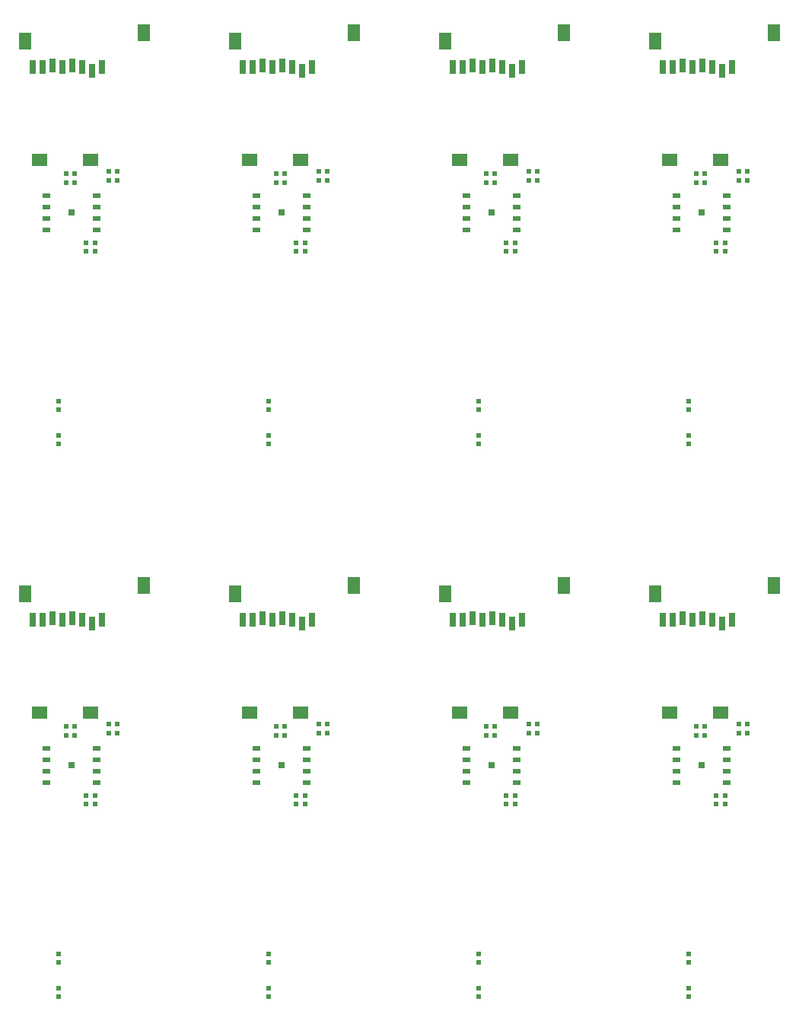
<source format=gbp>
G04 EAGLE Gerber RS-274X export*
G75*
%MOMM*%
%FSLAX34Y34*%
%LPD*%
%INSolderpaste Bottom*%
%IPPOS*%
%AMOC8*
5,1,8,0,0,1.08239X$1,22.5*%
G01*
%ADD10R,0.600000X0.600000*%
%ADD11R,0.850000X0.500000*%
%ADD12R,0.800000X0.800000*%
%ADD13R,1.800000X1.400000*%
%ADD14R,1.400000X1.900000*%
%ADD15R,0.800000X1.500000*%


D10*
X109300Y372110D03*
X119300Y372110D03*
D11*
X143320Y347980D03*
X143320Y335280D03*
X143320Y322580D03*
X143320Y309880D03*
X87820Y322580D03*
X87820Y309880D03*
X87820Y335280D03*
X87820Y347980D03*
D12*
X115570Y328930D03*
D10*
X109300Y361950D03*
X119300Y361950D03*
X156718Y364570D03*
X156718Y374570D03*
X166116Y364570D03*
X166116Y374570D03*
D13*
X137190Y387540D03*
X80190Y387540D03*
D14*
X64190Y519040D03*
X195690Y529040D03*
D15*
X149090Y490540D03*
X138090Y486540D03*
X127090Y490540D03*
X116090Y492540D03*
X105090Y490540D03*
X94090Y492540D03*
X83090Y490540D03*
X72090Y490540D03*
D10*
X101600Y71200D03*
X101600Y81200D03*
X101600Y119300D03*
X101600Y109300D03*
X131906Y286131D03*
X141906Y286131D03*
X131906Y295402D03*
X141906Y295402D03*
X342980Y372110D03*
X352980Y372110D03*
D11*
X377000Y347980D03*
X377000Y335280D03*
X377000Y322580D03*
X377000Y309880D03*
X321500Y322580D03*
X321500Y309880D03*
X321500Y335280D03*
X321500Y347980D03*
D12*
X349250Y328930D03*
D10*
X342980Y361950D03*
X352980Y361950D03*
X390398Y364570D03*
X390398Y374570D03*
X399796Y364570D03*
X399796Y374570D03*
D13*
X370870Y387540D03*
X313870Y387540D03*
D14*
X297870Y519040D03*
X429370Y529040D03*
D15*
X382770Y490540D03*
X371770Y486540D03*
X360770Y490540D03*
X349770Y492540D03*
X338770Y490540D03*
X327770Y492540D03*
X316770Y490540D03*
X305770Y490540D03*
D10*
X335280Y71200D03*
X335280Y81200D03*
X335280Y119300D03*
X335280Y109300D03*
X365586Y286131D03*
X375586Y286131D03*
X365586Y295402D03*
X375586Y295402D03*
X576660Y372110D03*
X586660Y372110D03*
D11*
X610680Y347980D03*
X610680Y335280D03*
X610680Y322580D03*
X610680Y309880D03*
X555180Y322580D03*
X555180Y309880D03*
X555180Y335280D03*
X555180Y347980D03*
D12*
X582930Y328930D03*
D10*
X576660Y361950D03*
X586660Y361950D03*
X624078Y364570D03*
X624078Y374570D03*
X633476Y364570D03*
X633476Y374570D03*
D13*
X604550Y387540D03*
X547550Y387540D03*
D14*
X531550Y519040D03*
X663050Y529040D03*
D15*
X616450Y490540D03*
X605450Y486540D03*
X594450Y490540D03*
X583450Y492540D03*
X572450Y490540D03*
X561450Y492540D03*
X550450Y490540D03*
X539450Y490540D03*
D10*
X568960Y71200D03*
X568960Y81200D03*
X568960Y119300D03*
X568960Y109300D03*
X599266Y286131D03*
X609266Y286131D03*
X599266Y295402D03*
X609266Y295402D03*
X810340Y372110D03*
X820340Y372110D03*
D11*
X844360Y347980D03*
X844360Y335280D03*
X844360Y322580D03*
X844360Y309880D03*
X788860Y322580D03*
X788860Y309880D03*
X788860Y335280D03*
X788860Y347980D03*
D12*
X816610Y328930D03*
D10*
X810340Y361950D03*
X820340Y361950D03*
X857758Y364570D03*
X857758Y374570D03*
X867156Y364570D03*
X867156Y374570D03*
D13*
X838230Y387540D03*
X781230Y387540D03*
D14*
X765230Y519040D03*
X896730Y529040D03*
D15*
X850130Y490540D03*
X839130Y486540D03*
X828130Y490540D03*
X817130Y492540D03*
X806130Y490540D03*
X795130Y492540D03*
X784130Y490540D03*
X773130Y490540D03*
D10*
X802640Y71200D03*
X802640Y81200D03*
X802640Y119300D03*
X802640Y109300D03*
X832946Y286131D03*
X842946Y286131D03*
X832946Y295402D03*
X842946Y295402D03*
X109300Y986790D03*
X119300Y986790D03*
D11*
X143320Y962660D03*
X143320Y949960D03*
X143320Y937260D03*
X143320Y924560D03*
X87820Y937260D03*
X87820Y924560D03*
X87820Y949960D03*
X87820Y962660D03*
D12*
X115570Y943610D03*
D10*
X109300Y976630D03*
X119300Y976630D03*
X156718Y979250D03*
X156718Y989250D03*
X166116Y979250D03*
X166116Y989250D03*
D13*
X137190Y1002220D03*
X80190Y1002220D03*
D14*
X64190Y1133720D03*
X195690Y1143720D03*
D15*
X149090Y1105220D03*
X138090Y1101220D03*
X127090Y1105220D03*
X116090Y1107220D03*
X105090Y1105220D03*
X94090Y1107220D03*
X83090Y1105220D03*
X72090Y1105220D03*
D10*
X101600Y685880D03*
X101600Y695880D03*
X101600Y733980D03*
X101600Y723980D03*
X131906Y900811D03*
X141906Y900811D03*
X131906Y910082D03*
X141906Y910082D03*
X342980Y986790D03*
X352980Y986790D03*
D11*
X377000Y962660D03*
X377000Y949960D03*
X377000Y937260D03*
X377000Y924560D03*
X321500Y937260D03*
X321500Y924560D03*
X321500Y949960D03*
X321500Y962660D03*
D12*
X349250Y943610D03*
D10*
X342980Y976630D03*
X352980Y976630D03*
X390398Y979250D03*
X390398Y989250D03*
X399796Y979250D03*
X399796Y989250D03*
D13*
X370870Y1002220D03*
X313870Y1002220D03*
D14*
X297870Y1133720D03*
X429370Y1143720D03*
D15*
X382770Y1105220D03*
X371770Y1101220D03*
X360770Y1105220D03*
X349770Y1107220D03*
X338770Y1105220D03*
X327770Y1107220D03*
X316770Y1105220D03*
X305770Y1105220D03*
D10*
X335280Y685880D03*
X335280Y695880D03*
X335280Y733980D03*
X335280Y723980D03*
X365586Y900811D03*
X375586Y900811D03*
X365586Y910082D03*
X375586Y910082D03*
X576660Y986790D03*
X586660Y986790D03*
D11*
X610680Y962660D03*
X610680Y949960D03*
X610680Y937260D03*
X610680Y924560D03*
X555180Y937260D03*
X555180Y924560D03*
X555180Y949960D03*
X555180Y962660D03*
D12*
X582930Y943610D03*
D10*
X576660Y976630D03*
X586660Y976630D03*
X624078Y979250D03*
X624078Y989250D03*
X633476Y979250D03*
X633476Y989250D03*
D13*
X604550Y1002220D03*
X547550Y1002220D03*
D14*
X531550Y1133720D03*
X663050Y1143720D03*
D15*
X616450Y1105220D03*
X605450Y1101220D03*
X594450Y1105220D03*
X583450Y1107220D03*
X572450Y1105220D03*
X561450Y1107220D03*
X550450Y1105220D03*
X539450Y1105220D03*
D10*
X568960Y685880D03*
X568960Y695880D03*
X568960Y733980D03*
X568960Y723980D03*
X599266Y900811D03*
X609266Y900811D03*
X599266Y910082D03*
X609266Y910082D03*
X810340Y986790D03*
X820340Y986790D03*
D11*
X844360Y962660D03*
X844360Y949960D03*
X844360Y937260D03*
X844360Y924560D03*
X788860Y937260D03*
X788860Y924560D03*
X788860Y949960D03*
X788860Y962660D03*
D12*
X816610Y943610D03*
D10*
X810340Y976630D03*
X820340Y976630D03*
X857758Y979250D03*
X857758Y989250D03*
X867156Y979250D03*
X867156Y989250D03*
D13*
X838230Y1002220D03*
X781230Y1002220D03*
D14*
X765230Y1133720D03*
X896730Y1143720D03*
D15*
X850130Y1105220D03*
X839130Y1101220D03*
X828130Y1105220D03*
X817130Y1107220D03*
X806130Y1105220D03*
X795130Y1107220D03*
X784130Y1105220D03*
X773130Y1105220D03*
D10*
X802640Y685880D03*
X802640Y695880D03*
X802640Y733980D03*
X802640Y723980D03*
X832946Y900811D03*
X842946Y900811D03*
X832946Y910082D03*
X842946Y910082D03*
M02*

</source>
